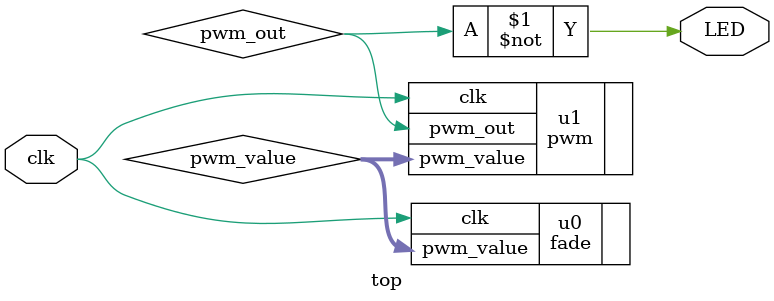
<source format=sv>
`include "fade.sv"
`include "pwm.sv"


module top #(
    parameter PWM_INTERVAL = 1200       // CLK frequency is 12MHz, so 1,200 cycles is 100us
)(
    input logic     clk, 
    output logic    LED
);

    logic [$clog2(PWM_INTERVAL) - 1:0] pwm_value;
    logic pwm_out;

    fade #(
        .PWM_INTERVAL   (PWM_INTERVAL)
    ) u0 (
        .clk            (clk), 
        .pwm_value      (pwm_value)
    );

    pwm #(
        .PWM_INTERVAL   (PWM_INTERVAL)
    ) u1 (
        .clk            (clk), 
        .pwm_value      (pwm_value), 
        .pwm_out        (pwm_out)
    );

    assign LED = ~pwm_out;

endmodule

</source>
